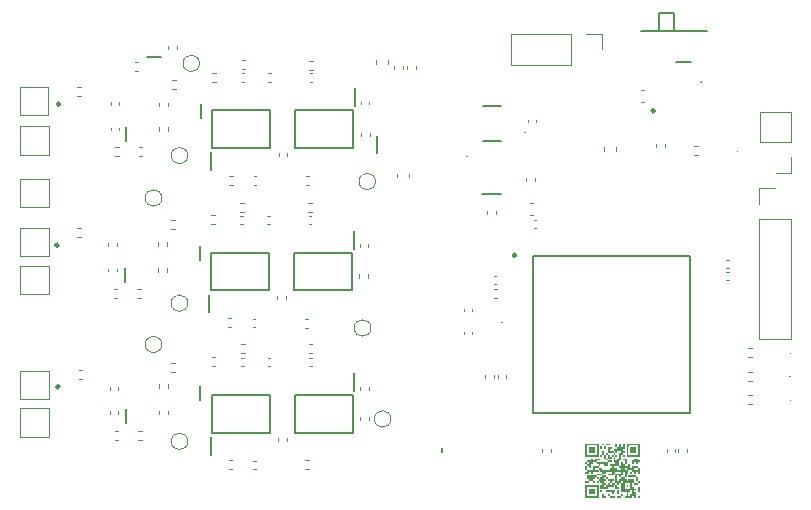
<source format=gbr>
%TF.GenerationSoftware,KiCad,Pcbnew,8.0.9-8.0.9-0~ubuntu24.04.1*%
%TF.CreationDate,2025-08-06T19:27:30-03:00*%
%TF.ProjectId,eeg,6565672e-6b69-4636-9164-5f7063625858,rev?*%
%TF.SameCoordinates,Original*%
%TF.FileFunction,Legend,Top*%
%TF.FilePolarity,Positive*%
%FSLAX46Y46*%
G04 Gerber Fmt 4.6, Leading zero omitted, Abs format (unit mm)*
G04 Created by KiCad (PCBNEW 8.0.9-8.0.9-0~ubuntu24.04.1) date 2025-08-06 19:27:30*
%MOMM*%
%LPD*%
G01*
G04 APERTURE LIST*
%ADD10C,0.000000*%
%ADD11C,0.120000*%
%ADD12C,0.200000*%
%ADD13C,0.100000*%
%ADD14C,0.250000*%
G04 APERTURE END LIST*
D10*
%TO.C,G\u002A\u002A\u002A*%
G36*
X191490000Y-91956618D02*
G01*
X191489999Y-91956618D01*
X191489999Y-91956477D01*
X191490000Y-91956477D01*
X191490000Y-91956618D01*
G37*
G36*
X191489999Y-92036547D02*
G01*
X191490000Y-92116618D01*
X191332500Y-92116618D01*
X191175000Y-92116618D01*
X191175000Y-92036618D01*
X191175000Y-91956618D01*
X191332500Y-91956618D01*
X191489999Y-91956618D01*
X191489999Y-92036547D01*
G37*
G36*
X191965000Y-89344118D02*
G01*
X191965000Y-89581618D01*
X191727500Y-89581618D01*
X191490000Y-89581618D01*
X191490000Y-89344118D01*
X191490000Y-89106618D01*
X191727500Y-89106618D01*
X191965000Y-89106618D01*
X191965000Y-89344118D01*
G37*
G36*
X191965000Y-92829118D02*
G01*
X191965000Y-93066618D01*
X191727500Y-93066618D01*
X191490000Y-93066618D01*
X191490000Y-92829118D01*
X191490000Y-92591618D01*
X191727500Y-92591618D01*
X191965000Y-92591618D01*
X191965000Y-92829118D01*
G37*
G36*
X192600000Y-92829118D02*
G01*
X192600000Y-92906618D01*
X192520000Y-92906618D01*
X192440000Y-92906618D01*
X192440000Y-92829118D01*
X192440000Y-92751618D01*
X192520000Y-92751618D01*
X192600000Y-92751618D01*
X192600000Y-92829118D01*
G37*
G36*
X193075000Y-90136618D02*
G01*
X193075000Y-90216618D01*
X192995126Y-90216618D01*
X192915000Y-90216618D01*
X192915000Y-90136618D01*
X192915000Y-90056618D01*
X192995000Y-90056618D01*
X193075000Y-90056618D01*
X193075000Y-90136618D01*
G37*
G36*
X194025000Y-92909118D02*
G01*
X194025000Y-93066618D01*
X193945000Y-93066618D01*
X193865000Y-93066618D01*
X193865000Y-92909118D01*
X193865000Y-92751618D01*
X193945000Y-92751618D01*
X194025000Y-92751618D01*
X194025000Y-92909118D01*
G37*
G36*
X194500000Y-89819118D02*
G01*
X194500000Y-89896618D01*
X194420000Y-89896618D01*
X194340000Y-89896618D01*
X194340000Y-89819118D01*
X194340000Y-89741618D01*
X194420000Y-89741618D01*
X194500000Y-89741618D01*
X194500000Y-89819118D01*
G37*
G36*
X194815000Y-92354118D02*
G01*
X194815000Y-92431618D01*
X194737500Y-92431618D01*
X194660000Y-92431618D01*
X194660000Y-92354118D01*
X194660000Y-92276618D01*
X194737500Y-92276618D01*
X194815000Y-92276618D01*
X194815000Y-92354118D01*
G37*
G36*
X195450000Y-89344118D02*
G01*
X195450000Y-89581618D01*
X195212500Y-89581618D01*
X194975000Y-89581618D01*
X194975000Y-89344118D01*
X194975000Y-89106618D01*
X195212500Y-89106618D01*
X195450000Y-89106618D01*
X195450000Y-89344118D01*
G37*
G36*
X195450000Y-91561618D02*
G01*
X195450000Y-91641618D01*
X195132500Y-91641618D01*
X194815000Y-91641618D01*
X194815000Y-91561618D01*
X194815000Y-91481618D01*
X195132500Y-91481618D01*
X195450000Y-91481618D01*
X195450000Y-91561618D01*
G37*
G36*
X195765000Y-93304118D02*
G01*
X195765000Y-93381618D01*
X195687500Y-93381618D01*
X195610000Y-93381618D01*
X195610000Y-93304118D01*
X195610000Y-93226618D01*
X195687500Y-93226618D01*
X195765000Y-93226618D01*
X195765000Y-93304118D01*
G37*
G36*
X192756123Y-93145368D02*
G01*
X192757500Y-93224118D01*
X192836250Y-93225494D01*
X192915000Y-93226871D01*
X192915000Y-93304244D01*
X192915000Y-93381618D01*
X192757500Y-93381618D01*
X192600000Y-93381618D01*
X192600000Y-93224118D01*
X192600000Y-93066618D01*
X192677373Y-93066618D01*
X192754746Y-93066618D01*
X192756123Y-93145368D01*
G37*
G36*
X195765000Y-92669118D02*
G01*
X195765000Y-92906618D01*
X195687500Y-92906618D01*
X195610000Y-92906618D01*
X195609868Y-92829118D01*
X195609819Y-92794415D01*
X195609778Y-92754253D01*
X195609750Y-92713174D01*
X195609737Y-92675717D01*
X195609736Y-92669118D01*
X195609746Y-92632918D01*
X195609772Y-92592195D01*
X195609810Y-92551491D01*
X195609858Y-92515346D01*
X195609868Y-92509118D01*
X195610000Y-92431618D01*
X195687500Y-92431618D01*
X195765000Y-92431618D01*
X195765000Y-92669118D01*
G37*
G36*
X194340000Y-93143991D02*
G01*
X194340000Y-93221364D01*
X194261250Y-93222741D01*
X194182500Y-93224118D01*
X194181123Y-93302868D01*
X194179746Y-93381618D01*
X194022373Y-93381618D01*
X193865000Y-93381618D01*
X193865000Y-93304118D01*
X193865000Y-93226618D01*
X193943750Y-93226444D01*
X193979576Y-93226297D01*
X194020593Y-93226023D01*
X194061993Y-93225658D01*
X194098967Y-93225240D01*
X194102500Y-93225194D01*
X194182500Y-93224118D01*
X194183876Y-93145368D01*
X194185253Y-93066618D01*
X194262626Y-93066618D01*
X194340000Y-93066618D01*
X194340000Y-93143991D01*
G37*
G36*
X193231123Y-93145368D02*
G01*
X193232500Y-93224118D01*
X193390000Y-93225233D01*
X193433474Y-93225527D01*
X193477939Y-93225801D01*
X193521260Y-93226044D01*
X193561301Y-93226246D01*
X193595928Y-93226394D01*
X193623007Y-93226477D01*
X193626250Y-93226483D01*
X193705000Y-93226618D01*
X193705000Y-93304118D01*
X193705000Y-93381618D01*
X193470126Y-93381618D01*
X193235253Y-93381618D01*
X193233876Y-93302868D01*
X193232500Y-93224118D01*
X193153750Y-93222741D01*
X193075000Y-93221364D01*
X193075000Y-93143991D01*
X193075000Y-93066618D01*
X193152373Y-93066618D01*
X193229746Y-93066618D01*
X193231123Y-93145368D01*
G37*
G36*
X193360729Y-92751431D02*
G01*
X193415885Y-92751436D01*
X193468329Y-92751445D01*
X193516646Y-92751457D01*
X193559426Y-92751473D01*
X193595257Y-92751493D01*
X193622725Y-92751517D01*
X193626250Y-92751521D01*
X193705000Y-92751618D01*
X193705000Y-92829118D01*
X193705000Y-92906618D01*
X193627500Y-92906618D01*
X193550000Y-92906618D01*
X193550000Y-92986618D01*
X193550000Y-93066618D01*
X193470000Y-93066618D01*
X193390000Y-93066618D01*
X193390000Y-92986618D01*
X193390000Y-92906618D01*
X193152500Y-92906618D01*
X192915000Y-92906618D01*
X192915000Y-92829118D01*
X192915000Y-92751618D01*
X192991250Y-92751524D01*
X193017276Y-92751499D01*
X193051887Y-92751478D01*
X193093669Y-92751461D01*
X193141211Y-92751448D01*
X193193100Y-92751438D01*
X193247924Y-92751432D01*
X193304271Y-92751430D01*
X193360729Y-92751431D01*
G37*
G36*
X195606123Y-90135368D02*
G01*
X195607500Y-90214118D01*
X195686250Y-90215494D01*
X195765000Y-90216871D01*
X195765000Y-90294118D01*
X195765000Y-90371364D01*
X195686250Y-90372741D01*
X195607500Y-90374118D01*
X195606123Y-90452868D01*
X195604746Y-90531618D01*
X195527500Y-90531618D01*
X195450253Y-90531618D01*
X195448876Y-90452868D01*
X195447500Y-90374118D01*
X195370000Y-90374118D01*
X195292500Y-90374118D01*
X195291123Y-90452868D01*
X195289746Y-90531618D01*
X195212611Y-90531618D01*
X195135477Y-90531618D01*
X195133988Y-90450368D01*
X195133532Y-90414438D01*
X195133345Y-90374032D01*
X195133429Y-90333718D01*
X195133789Y-90298065D01*
X195133876Y-90292868D01*
X195135253Y-90216618D01*
X195212626Y-90216618D01*
X195290000Y-90216618D01*
X195290000Y-90136618D01*
X195290000Y-90056618D01*
X195447373Y-90056618D01*
X195604746Y-90056618D01*
X195606123Y-90135368D01*
G37*
G36*
X195605226Y-91720368D02*
G01*
X195605279Y-91756499D01*
X195605258Y-91797713D01*
X195605170Y-91839091D01*
X195605022Y-91875714D01*
X195605011Y-91877868D01*
X195604569Y-91956618D01*
X195684784Y-91956618D01*
X195765000Y-91956618D01*
X195765000Y-92036618D01*
X195765000Y-92116618D01*
X195685000Y-92116618D01*
X195605000Y-92116618D01*
X195605000Y-92193879D01*
X195605000Y-92271140D01*
X195523750Y-92272629D01*
X195487820Y-92273085D01*
X195447414Y-92273272D01*
X195407100Y-92273188D01*
X195371447Y-92272828D01*
X195366250Y-92272741D01*
X195290000Y-92271364D01*
X195290000Y-92193991D01*
X195290000Y-92116758D01*
X195448750Y-92115438D01*
X195607500Y-92114118D01*
X195607500Y-92036618D01*
X195607500Y-91959118D01*
X195528750Y-91957741D01*
X195450000Y-91956364D01*
X195450000Y-91798991D01*
X195450000Y-91641618D01*
X195527500Y-91641618D01*
X195605000Y-91641618D01*
X195605226Y-91720368D01*
G37*
G36*
X192756123Y-88870368D02*
G01*
X192757500Y-88949118D01*
X192836250Y-88950494D01*
X192915000Y-88951871D01*
X192915000Y-88871744D01*
X192915000Y-88791618D01*
X193072500Y-88791618D01*
X193230000Y-88791618D01*
X193230000Y-88869118D01*
X193230000Y-88946618D01*
X193151250Y-88946796D01*
X193115301Y-88946945D01*
X193074448Y-88947224D01*
X193033534Y-88947592D01*
X192997407Y-88948013D01*
X192995000Y-88948046D01*
X192917500Y-88949118D01*
X192916179Y-89107868D01*
X192914859Y-89266618D01*
X192837429Y-89266618D01*
X192760000Y-89266618D01*
X192759826Y-89187868D01*
X192759679Y-89152041D01*
X192759405Y-89111024D01*
X192759040Y-89069624D01*
X192758622Y-89032650D01*
X192758576Y-89029118D01*
X192757500Y-88949118D01*
X192678750Y-88947741D01*
X192600000Y-88946364D01*
X192600000Y-89106491D01*
X192600000Y-89266618D01*
X192520000Y-89266618D01*
X192440000Y-89266618D01*
X192440000Y-89109244D01*
X192440000Y-88951871D01*
X192518750Y-88950494D01*
X192597500Y-88949118D01*
X192598876Y-88870368D01*
X192600253Y-88791618D01*
X192677500Y-88791618D01*
X192754746Y-88791618D01*
X192756123Y-88870368D01*
G37*
G36*
X195765000Y-89344118D02*
G01*
X195765000Y-89896618D01*
X195688750Y-89896703D01*
X195671497Y-89896732D01*
X195645200Y-89896788D01*
X195610813Y-89896869D01*
X195569292Y-89896973D01*
X195521591Y-89897097D01*
X195468667Y-89897238D01*
X195411474Y-89897394D01*
X195350967Y-89897563D01*
X195288102Y-89897741D01*
X195223834Y-89897927D01*
X195215000Y-89897953D01*
X195150535Y-89898121D01*
X195087285Y-89898247D01*
X195026212Y-89898330D01*
X194968278Y-89898372D01*
X194914446Y-89898372D01*
X194865678Y-89898332D01*
X194822936Y-89898251D01*
X194787182Y-89898130D01*
X194759379Y-89897969D01*
X194740490Y-89897769D01*
X194738750Y-89897741D01*
X194660000Y-89896364D01*
X194659912Y-89817741D01*
X194659895Y-89797495D01*
X194659881Y-89768288D01*
X194659872Y-89741678D01*
X194814939Y-89741678D01*
X195211219Y-89740398D01*
X195607500Y-89739118D01*
X195607500Y-89344118D01*
X195607500Y-88949118D01*
X195212500Y-88949118D01*
X194817500Y-88949118D01*
X194816219Y-89345398D01*
X194814939Y-89741678D01*
X194659872Y-89741678D01*
X194659868Y-89731133D01*
X194659857Y-89687042D01*
X194659848Y-89637027D01*
X194659840Y-89582099D01*
X194659834Y-89523272D01*
X194659830Y-89461557D01*
X194659828Y-89397967D01*
X194659827Y-89333514D01*
X194659829Y-89269209D01*
X194659831Y-89206066D01*
X194659836Y-89145095D01*
X194659843Y-89087310D01*
X194659851Y-89033723D01*
X194659861Y-88985345D01*
X194659872Y-88943190D01*
X194659886Y-88908268D01*
X194659901Y-88881592D01*
X194659913Y-88867868D01*
X194660000Y-88791618D01*
X195212500Y-88791618D01*
X195765000Y-88791618D01*
X195765000Y-89344118D01*
G37*
G36*
X191649117Y-92276323D02*
G01*
X191725509Y-92276361D01*
X191799541Y-92276421D01*
X191870582Y-92276502D01*
X191938004Y-92276603D01*
X192001178Y-92276724D01*
X192059476Y-92276863D01*
X192112268Y-92277018D01*
X192158926Y-92277190D01*
X192198821Y-92277376D01*
X192231323Y-92277577D01*
X192255805Y-92277790D01*
X192271637Y-92278014D01*
X192278190Y-92278249D01*
X192278333Y-92278284D01*
X192278569Y-92283420D01*
X192278795Y-92297928D01*
X192279010Y-92321178D01*
X192279212Y-92352541D01*
X192279401Y-92391388D01*
X192279574Y-92437092D01*
X192279733Y-92489022D01*
X192279874Y-92546550D01*
X192279997Y-92609047D01*
X192280102Y-92675884D01*
X192280186Y-92746433D01*
X192280249Y-92820063D01*
X192280290Y-92896148D01*
X192280307Y-92974057D01*
X192280300Y-93053162D01*
X192280267Y-93132835D01*
X192280208Y-93212445D01*
X192280121Y-93291364D01*
X192280106Y-93302868D01*
X192280000Y-93381618D01*
X191727500Y-93381618D01*
X191175000Y-93381618D01*
X191175000Y-92999772D01*
X191330970Y-92999772D01*
X191330990Y-93050568D01*
X191331068Y-93096197D01*
X191331201Y-93135884D01*
X191331387Y-93168856D01*
X191331625Y-93194339D01*
X191331911Y-93211558D01*
X191332245Y-93219740D01*
X191332333Y-93220276D01*
X191334784Y-93221446D01*
X191341565Y-93222454D01*
X191353214Y-93223308D01*
X191370270Y-93224014D01*
X191393268Y-93224579D01*
X191422747Y-93225010D01*
X191459243Y-93225314D01*
X191503296Y-93225497D01*
X191555441Y-93225567D01*
X191616216Y-93225530D01*
X191686159Y-93225392D01*
X191728558Y-93225276D01*
X192122500Y-93224118D01*
X192123780Y-92827837D01*
X192125060Y-92431557D01*
X191728780Y-92432837D01*
X191332500Y-92434118D01*
X191331275Y-92824118D01*
X191331111Y-92885772D01*
X191331010Y-92944582D01*
X191330970Y-92999772D01*
X191175000Y-92999772D01*
X191175000Y-92829118D01*
X191175000Y-92276618D01*
X191253750Y-92276511D01*
X191332514Y-92276420D01*
X191412063Y-92276357D01*
X191491765Y-92276320D01*
X191570993Y-92276310D01*
X191649117Y-92276323D01*
G37*
G36*
X192280106Y-88870368D02*
G01*
X192280197Y-88949082D01*
X192280260Y-89028586D01*
X192280297Y-89108253D01*
X192280307Y-89187451D01*
X192280294Y-89265553D01*
X192280256Y-89341929D01*
X192280197Y-89415950D01*
X192280116Y-89486986D01*
X192280014Y-89554409D01*
X192279894Y-89617590D01*
X192279755Y-89675898D01*
X192279600Y-89728706D01*
X192279428Y-89775384D01*
X192279242Y-89815302D01*
X192279042Y-89847832D01*
X192278830Y-89872344D01*
X192278606Y-89888210D01*
X192278371Y-89894799D01*
X192278335Y-89894949D01*
X192273182Y-89895236D01*
X192258835Y-89895525D01*
X192236098Y-89895812D01*
X192205777Y-89896094D01*
X192168676Y-89896371D01*
X192125601Y-89896640D01*
X192077357Y-89896898D01*
X192024749Y-89897144D01*
X191968583Y-89897375D01*
X191909664Y-89897589D01*
X191848796Y-89897784D01*
X191786785Y-89897957D01*
X191724436Y-89898107D01*
X191662555Y-89898231D01*
X191601946Y-89898327D01*
X191543415Y-89898394D01*
X191487766Y-89898427D01*
X191435806Y-89898426D01*
X191388338Y-89898389D01*
X191346169Y-89898312D01*
X191310104Y-89898195D01*
X191280947Y-89898034D01*
X191259505Y-89897828D01*
X191253750Y-89897741D01*
X191175000Y-89896364D01*
X191175000Y-89514785D01*
X191330976Y-89514785D01*
X191330998Y-89565590D01*
X191331079Y-89611228D01*
X191331216Y-89650926D01*
X191331407Y-89683909D01*
X191331649Y-89709403D01*
X191331941Y-89726634D01*
X191332280Y-89734828D01*
X191332370Y-89735368D01*
X191334738Y-89736555D01*
X191341269Y-89737593D01*
X191352509Y-89738489D01*
X191369005Y-89739253D01*
X191391302Y-89739892D01*
X191419949Y-89740416D01*
X191455489Y-89740833D01*
X191498471Y-89741152D01*
X191549441Y-89741381D01*
X191608944Y-89741528D01*
X191677527Y-89741603D01*
X191729873Y-89741618D01*
X192125060Y-89741618D01*
X192123780Y-89345368D01*
X192122500Y-88949118D01*
X191727500Y-88949118D01*
X191332500Y-88949118D01*
X191331277Y-89339118D01*
X191331112Y-89400775D01*
X191331013Y-89459589D01*
X191330976Y-89514785D01*
X191175000Y-89514785D01*
X191175000Y-89343991D01*
X191175000Y-88791618D01*
X191727500Y-88791618D01*
X192280000Y-88791618D01*
X192280106Y-88870368D01*
G37*
G36*
X193865000Y-88949118D02*
G01*
X193865000Y-89106618D01*
X193945000Y-89106618D01*
X194025000Y-89106618D01*
X194025000Y-88949118D01*
X194025000Y-88791618D01*
X194102500Y-88791618D01*
X194180000Y-88791618D01*
X194180226Y-88870368D01*
X194180279Y-88906499D01*
X194180258Y-88947713D01*
X194180170Y-88989091D01*
X194180022Y-89025714D01*
X194180011Y-89027868D01*
X194179569Y-89106618D01*
X194259784Y-89106618D01*
X194340000Y-89106618D01*
X194340000Y-88949118D01*
X194340000Y-88791618D01*
X194420000Y-88791618D01*
X194500000Y-88791618D01*
X194500000Y-89029118D01*
X194500000Y-89266618D01*
X194419873Y-89266617D01*
X194339746Y-89266617D01*
X194341123Y-89345367D01*
X194342500Y-89424118D01*
X194421250Y-89425494D01*
X194500000Y-89426871D01*
X194500000Y-89504244D01*
X194500000Y-89581618D01*
X194420000Y-89581618D01*
X194340000Y-89581618D01*
X194340000Y-89661618D01*
X194340000Y-89741618D01*
X194259951Y-89741618D01*
X194179902Y-89741618D01*
X194180113Y-89900368D01*
X194180162Y-89943969D01*
X194180196Y-89988530D01*
X194180214Y-90031933D01*
X194180216Y-90072061D01*
X194180201Y-90106797D01*
X194180169Y-90134021D01*
X194180162Y-90137868D01*
X194180000Y-90216618D01*
X194102500Y-90216618D01*
X194025000Y-90216618D01*
X194025000Y-90454244D01*
X194025000Y-90691618D01*
X193787500Y-90691618D01*
X193550000Y-90691618D01*
X193550000Y-90771833D01*
X193550000Y-90852048D01*
X193628750Y-90851606D01*
X193664881Y-90851455D01*
X193706095Y-90851363D01*
X193747473Y-90851337D01*
X193784096Y-90851385D01*
X193786250Y-90851391D01*
X193865000Y-90851618D01*
X193865000Y-90929118D01*
X193865000Y-91006618D01*
X194025126Y-91006618D01*
X194185253Y-91006618D01*
X194500000Y-91006618D01*
X194580126Y-91006618D01*
X194660253Y-91006618D01*
X194658876Y-90927868D01*
X194657500Y-90849118D01*
X194578750Y-90847741D01*
X194500000Y-90846364D01*
X194500000Y-90926491D01*
X194500000Y-91006618D01*
X194185253Y-91006618D01*
X194183876Y-90927868D01*
X194183852Y-90926491D01*
X194182500Y-90849118D01*
X194103750Y-90847741D01*
X194025000Y-90846364D01*
X194025000Y-90768991D01*
X194025000Y-90691871D01*
X194103750Y-90690494D01*
X194182500Y-90689118D01*
X194183571Y-90611618D01*
X194183994Y-90576051D01*
X194184368Y-90535331D01*
X194184655Y-90494303D01*
X194184816Y-90457813D01*
X194184821Y-90455368D01*
X194185000Y-90376618D01*
X194262500Y-90376618D01*
X194340000Y-90376618D01*
X194340000Y-90454118D01*
X194340000Y-90531618D01*
X194420000Y-90531618D01*
X194500000Y-90531618D01*
X194500000Y-90374118D01*
X194500000Y-90216618D01*
X194420000Y-90216618D01*
X194340000Y-90216618D01*
X194340000Y-90136618D01*
X194340000Y-90056618D01*
X194497500Y-90056618D01*
X194655000Y-90056618D01*
X194655131Y-90134118D01*
X194655180Y-90168820D01*
X194655221Y-90208982D01*
X194655249Y-90250061D01*
X194655262Y-90287518D01*
X194655263Y-90294118D01*
X194655253Y-90330317D01*
X194655227Y-90371040D01*
X194655189Y-90411744D01*
X194655141Y-90447889D01*
X194655131Y-90454118D01*
X194655000Y-90531618D01*
X194577500Y-90531618D01*
X194500000Y-90531618D01*
X194500000Y-90611618D01*
X194500000Y-90691618D01*
X194657500Y-90691618D01*
X194815000Y-90691618D01*
X194815000Y-90611618D01*
X194815000Y-90531618D01*
X194895000Y-90531618D01*
X194975000Y-90531618D01*
X194975000Y-90691744D01*
X194975000Y-90851871D01*
X195053750Y-90850494D01*
X195132500Y-90849118D01*
X195133876Y-90770367D01*
X195135253Y-90691617D01*
X195370000Y-90691617D01*
X195604746Y-90691617D01*
X195606123Y-90770367D01*
X195607500Y-90849118D01*
X195686250Y-90850494D01*
X195765000Y-90851871D01*
X195765000Y-91086744D01*
X195765000Y-91321618D01*
X195687500Y-91321618D01*
X195610000Y-91321618D01*
X195610000Y-91244118D01*
X195610000Y-91166618D01*
X195530000Y-91166618D01*
X195450000Y-91166618D01*
X195450000Y-91244118D01*
X195450000Y-91321618D01*
X195370000Y-91321618D01*
X195290000Y-91321618D01*
X195290000Y-91244118D01*
X195290000Y-91166618D01*
X195210000Y-91166618D01*
X195130000Y-91166618D01*
X195130000Y-91244118D01*
X195130000Y-91321618D01*
X195052500Y-91321618D01*
X194975000Y-91321618D01*
X194975000Y-91244244D01*
X194975000Y-91166871D01*
X195053750Y-91165494D01*
X195132500Y-91164118D01*
X195132500Y-91086618D01*
X195132500Y-91009118D01*
X194973750Y-91007797D01*
X194831957Y-91006618D01*
X195289746Y-91006618D01*
X195450000Y-91006618D01*
X195610253Y-91006618D01*
X195608876Y-90927868D01*
X195607500Y-90849118D01*
X195450000Y-90849118D01*
X195292500Y-90849118D01*
X195291123Y-90927868D01*
X195289746Y-91006618D01*
X194831957Y-91006618D01*
X194815000Y-91006477D01*
X194815000Y-91163920D01*
X194815000Y-91321364D01*
X194736250Y-91322741D01*
X194657500Y-91324118D01*
X194656423Y-91404118D01*
X194656003Y-91440324D01*
X194655630Y-91481477D01*
X194655344Y-91522767D01*
X194655182Y-91559388D01*
X194655173Y-91562868D01*
X194655000Y-91641618D01*
X194577500Y-91641618D01*
X194500000Y-91641618D01*
X194500000Y-91721618D01*
X194500000Y-91801618D01*
X194577500Y-91801618D01*
X194655000Y-91801618D01*
X194655000Y-91879118D01*
X194655000Y-91956618D01*
X194735000Y-91956618D01*
X194815000Y-91956618D01*
X194815000Y-91879118D01*
X194815000Y-91801618D01*
X194892500Y-91801486D01*
X194927202Y-91801437D01*
X194967364Y-91801396D01*
X195008443Y-91801368D01*
X195045900Y-91801355D01*
X195052500Y-91801354D01*
X195088699Y-91801364D01*
X195129422Y-91801390D01*
X195170126Y-91801428D01*
X195206271Y-91801476D01*
X195212500Y-91801486D01*
X195290000Y-91801618D01*
X195290000Y-91959188D01*
X195290000Y-92116618D01*
X195210075Y-92116618D01*
X195130151Y-92116618D01*
X195130151Y-92274118D01*
X195130151Y-92431618D01*
X195210075Y-92431618D01*
X195290000Y-92431618D01*
X195290000Y-92511618D01*
X195290000Y-92591618D01*
X195370000Y-92591618D01*
X195450000Y-92591618D01*
X195450000Y-92668991D01*
X195450000Y-92746364D01*
X195371250Y-92747741D01*
X195292500Y-92749118D01*
X195291123Y-92827868D01*
X195289746Y-92906618D01*
X195369873Y-92906618D01*
X195450000Y-92906618D01*
X195450000Y-93144118D01*
X195450000Y-93381618D01*
X195370000Y-93381618D01*
X195290000Y-93381618D01*
X195290000Y-93301491D01*
X195290000Y-93221364D01*
X195211250Y-93222741D01*
X195132500Y-93224118D01*
X195131123Y-93302868D01*
X195129746Y-93381618D01*
X194814873Y-93381618D01*
X194500000Y-93381618D01*
X194500000Y-93304244D01*
X194500000Y-93226871D01*
X194578750Y-93225494D01*
X194657500Y-93224118D01*
X194657500Y-93066618D01*
X194657500Y-93063284D01*
X194815000Y-93063284D01*
X194815106Y-93101917D01*
X194815408Y-93137306D01*
X194815878Y-93168222D01*
X194816491Y-93193433D01*
X194817218Y-93211707D01*
X194818035Y-93221814D01*
X194818458Y-93223409D01*
X194824423Y-93224529D01*
X194838552Y-93225313D01*
X194859015Y-93225713D01*
X194883980Y-93225680D01*
X194897208Y-93225493D01*
X194972500Y-93224118D01*
X194973876Y-93145494D01*
X194975252Y-93066870D01*
X195053876Y-93065494D01*
X195132500Y-93064118D01*
X195132500Y-92906618D01*
X195132500Y-92749118D01*
X195053750Y-92747741D01*
X194975000Y-92746364D01*
X194975000Y-92826491D01*
X194975000Y-92906618D01*
X194895000Y-92906618D01*
X194815000Y-92906618D01*
X194815000Y-93063284D01*
X194657500Y-93063284D01*
X194657500Y-92909118D01*
X194421250Y-92907819D01*
X194202823Y-92906618D01*
X194185000Y-92906520D01*
X194184877Y-92827819D01*
X194184857Y-92808551D01*
X194184840Y-92780428D01*
X194184826Y-92744595D01*
X194184817Y-92702196D01*
X194184811Y-92654377D01*
X194184810Y-92602281D01*
X194184810Y-92591618D01*
X194500000Y-92591618D01*
X194737500Y-92591618D01*
X194975000Y-92591618D01*
X194975000Y-92354118D01*
X194975000Y-92116618D01*
X194737500Y-92116618D01*
X194500000Y-92116618D01*
X194500000Y-92354118D01*
X194500000Y-92591618D01*
X194184810Y-92591618D01*
X194184812Y-92547054D01*
X194184820Y-92489841D01*
X194184831Y-92432868D01*
X194184850Y-92354118D01*
X194184907Y-92116618D01*
X194104953Y-92116618D01*
X194025000Y-92116618D01*
X194025000Y-92193991D01*
X194025000Y-92271364D01*
X193946250Y-92272741D01*
X193867500Y-92274118D01*
X193866123Y-92352868D01*
X193864746Y-92431618D01*
X193944873Y-92431618D01*
X194025000Y-92431618D01*
X194025000Y-92511618D01*
X194025000Y-92591618D01*
X193867500Y-92591618D01*
X193710000Y-92591618D01*
X193709826Y-92512868D01*
X193709679Y-92477041D01*
X193709405Y-92436024D01*
X193709040Y-92394624D01*
X193708622Y-92357650D01*
X193708576Y-92354118D01*
X193707500Y-92274118D01*
X193628750Y-92272741D01*
X193550000Y-92271364D01*
X193550000Y-92351491D01*
X193550000Y-92431618D01*
X193312500Y-92431618D01*
X193075000Y-92431618D01*
X193075000Y-92511618D01*
X193075000Y-92591618D01*
X192757500Y-92591618D01*
X192440000Y-92591618D01*
X192440000Y-92434244D01*
X192440000Y-92431618D01*
X192754746Y-92431618D01*
X192834873Y-92431618D01*
X192915000Y-92431618D01*
X192915000Y-92351491D01*
X192915000Y-92271364D01*
X192836250Y-92272741D01*
X192757500Y-92274118D01*
X192756123Y-92352868D01*
X192754746Y-92431618D01*
X192440000Y-92431618D01*
X192439999Y-92276871D01*
X192518750Y-92275494D01*
X192597500Y-92274118D01*
X192598876Y-92195368D01*
X192600253Y-92116618D01*
X192520126Y-92116618D01*
X192440000Y-92116618D01*
X192440000Y-92036618D01*
X192757500Y-92036618D01*
X192757500Y-92114118D01*
X192836250Y-92115494D01*
X192915000Y-92116871D01*
X192915000Y-92193411D01*
X192915215Y-92220135D01*
X192915808Y-92243255D01*
X192916700Y-92260957D01*
X192917814Y-92271424D01*
X192918458Y-92273409D01*
X192924423Y-92274529D01*
X192938552Y-92275313D01*
X192959015Y-92275713D01*
X192983980Y-92275680D01*
X192997208Y-92275493D01*
X193072500Y-92274118D01*
X193073876Y-92195494D01*
X193075252Y-92116870D01*
X193153876Y-92115494D01*
X193232500Y-92114118D01*
X193232500Y-92036618D01*
X193232500Y-91959118D01*
X193153876Y-91957741D01*
X193075252Y-91956365D01*
X193073876Y-91877741D01*
X193072500Y-91799118D01*
X192995000Y-91799118D01*
X192917500Y-91799118D01*
X192916123Y-91877741D01*
X192914747Y-91956365D01*
X192836123Y-91957741D01*
X192757500Y-91959118D01*
X192757500Y-92036618D01*
X192440000Y-92036618D01*
X192440000Y-92036491D01*
X192440000Y-91959118D01*
X192440000Y-91956364D01*
X192361250Y-91957741D01*
X192282500Y-91959118D01*
X192281123Y-92037868D01*
X192279746Y-92116618D01*
X192202373Y-92116618D01*
X192125000Y-92116618D01*
X192125000Y-92036618D01*
X192125000Y-91956618D01*
X192205126Y-91956618D01*
X192285253Y-91956618D01*
X192283876Y-91877868D01*
X192282500Y-91799118D01*
X192203749Y-91797741D01*
X192124999Y-91796364D01*
X192124999Y-91718991D01*
X192125000Y-91641618D01*
X192202373Y-91641618D01*
X192279746Y-91641618D01*
X192281123Y-91720368D01*
X192282500Y-91799118D01*
X192361250Y-91800494D01*
X192440000Y-91801871D01*
X192440000Y-91721744D01*
X192440000Y-91641618D01*
X192520000Y-91641618D01*
X192600000Y-91641618D01*
X192600000Y-91561618D01*
X192600000Y-91481618D01*
X192757500Y-91481618D01*
X192915000Y-91481618D01*
X192915000Y-91561618D01*
X192915000Y-91641618D01*
X192834873Y-91641618D01*
X192754746Y-91641618D01*
X192756123Y-91720368D01*
X192757500Y-91799118D01*
X192836250Y-91800494D01*
X192915000Y-91801871D01*
X192915000Y-91721744D01*
X192915000Y-91641618D01*
X192995000Y-91641618D01*
X193075000Y-91641618D01*
X193075000Y-91721666D01*
X193075000Y-91801715D01*
X193233750Y-91801504D01*
X193277351Y-91801455D01*
X193321912Y-91801421D01*
X193365315Y-91801403D01*
X193405443Y-91801401D01*
X193440179Y-91801416D01*
X193467403Y-91801448D01*
X193471250Y-91801455D01*
X193550000Y-91801618D01*
X193550000Y-91879118D01*
X193550000Y-91956618D01*
X193470000Y-91956618D01*
X193390000Y-91956618D01*
X193390000Y-92036618D01*
X193390000Y-92116618D01*
X193310000Y-92116618D01*
X193230000Y-92116618D01*
X193230000Y-92193284D01*
X193230206Y-92220019D01*
X193230777Y-92243138D01*
X193231636Y-92260834D01*
X193232707Y-92271295D01*
X193233333Y-92273284D01*
X193239246Y-92274438D01*
X193253348Y-92275418D01*
X193273830Y-92276150D01*
X193298883Y-92276558D01*
X193313333Y-92276618D01*
X193390000Y-92276618D01*
X193390000Y-92196688D01*
X193390000Y-92193284D01*
X193390000Y-92116758D01*
X193406837Y-92116618D01*
X193705000Y-92116618D01*
X193705000Y-92193284D01*
X193705206Y-92220019D01*
X193705777Y-92243138D01*
X193706636Y-92260834D01*
X193707707Y-92271295D01*
X193708333Y-92273284D01*
X193714246Y-92274438D01*
X193728348Y-92275418D01*
X193748830Y-92276150D01*
X193773883Y-92276558D01*
X193788333Y-92276618D01*
X193865000Y-92276618D01*
X193865000Y-92196618D01*
X193865000Y-92116618D01*
X193785000Y-92116618D01*
X193705000Y-92116618D01*
X193406837Y-92116618D01*
X193548750Y-92115438D01*
X193707500Y-92114118D01*
X193707500Y-92057645D01*
X194180773Y-92057645D01*
X194180807Y-92080574D01*
X194181181Y-92098198D01*
X194181868Y-92108542D01*
X194182199Y-92110138D01*
X194185738Y-92112754D01*
X194194802Y-92114616D01*
X194210541Y-92115819D01*
X194234106Y-92116454D01*
X194262343Y-92116618D01*
X194340000Y-92116618D01*
X194340000Y-92036491D01*
X194340000Y-91956364D01*
X194261250Y-91957741D01*
X194182500Y-91959118D01*
X194181106Y-92031388D01*
X194180773Y-92057645D01*
X193707500Y-92057645D01*
X193707500Y-91956618D01*
X193865000Y-91956618D01*
X193945000Y-91956618D01*
X194025000Y-91956618D01*
X194025000Y-91879244D01*
X194025000Y-91801871D01*
X194103750Y-91800494D01*
X194182500Y-91799118D01*
X194183876Y-91720368D01*
X194185253Y-91641618D01*
X194105126Y-91641618D01*
X194025000Y-91641618D01*
X194025000Y-91582645D01*
X194180773Y-91582645D01*
X194180807Y-91605574D01*
X194181181Y-91623198D01*
X194181868Y-91633542D01*
X194182199Y-91635138D01*
X194184890Y-91637016D01*
X194191955Y-91638517D01*
X194204275Y-91639677D01*
X194222732Y-91640529D01*
X194248207Y-91641111D01*
X194281581Y-91641459D01*
X194323736Y-91641606D01*
X194342343Y-91641618D01*
X194500000Y-91641618D01*
X194500000Y-91404118D01*
X194500000Y-91166618D01*
X194420000Y-91166618D01*
X194340000Y-91166618D01*
X194340000Y-91323991D01*
X194340000Y-91481364D01*
X194261250Y-91482741D01*
X194182500Y-91484118D01*
X194181106Y-91556388D01*
X194180773Y-91582645D01*
X194025000Y-91582645D01*
X194025000Y-91561618D01*
X194025000Y-91481618D01*
X193945000Y-91481618D01*
X193865000Y-91481618D01*
X193865000Y-91719118D01*
X193865000Y-91956618D01*
X193707500Y-91956618D01*
X193707500Y-91719118D01*
X193707500Y-91324118D01*
X193628750Y-91322741D01*
X193550000Y-91321364D01*
X193550000Y-91401491D01*
X193550000Y-91481618D01*
X193312500Y-91481618D01*
X193075000Y-91481618D01*
X193075000Y-91404118D01*
X193075000Y-91326618D01*
X193153750Y-91326391D01*
X193189881Y-91326338D01*
X193231095Y-91326359D01*
X193272473Y-91326447D01*
X193309096Y-91326595D01*
X193311250Y-91326606D01*
X193390000Y-91327048D01*
X193390000Y-91246833D01*
X193390000Y-91243284D01*
X193390000Y-91166618D01*
X193705000Y-91166618D01*
X193705000Y-91243284D01*
X193705203Y-91270013D01*
X193705764Y-91293122D01*
X193706609Y-91310804D01*
X193707663Y-91321248D01*
X193708278Y-91323230D01*
X193713792Y-91323867D01*
X193728312Y-91324413D01*
X193750844Y-91324861D01*
X193780396Y-91325200D01*
X193815972Y-91325422D01*
X193856580Y-91325520D01*
X193901227Y-91325483D01*
X193947028Y-91325313D01*
X194182500Y-91324118D01*
X194183876Y-91245368D01*
X194185253Y-91166618D01*
X193945126Y-91166618D01*
X193705000Y-91166618D01*
X193390000Y-91166618D01*
X193152500Y-91166618D01*
X192915000Y-91166618D01*
X192915000Y-91244118D01*
X192915000Y-91321618D01*
X192836250Y-91321844D01*
X192800118Y-91321897D01*
X192758904Y-91321876D01*
X192717526Y-91321788D01*
X192680903Y-91321640D01*
X192678750Y-91321629D01*
X192600000Y-91321187D01*
X192600000Y-91401402D01*
X192600000Y-91481618D01*
X192362500Y-91481618D01*
X192125000Y-91481618D01*
X192125000Y-91561618D01*
X192125000Y-91641618D01*
X192045000Y-91641618D01*
X191965000Y-91641618D01*
X191964999Y-91718991D01*
X191964999Y-91796364D01*
X191886249Y-91797741D01*
X191807500Y-91799118D01*
X191806123Y-91877868D01*
X191804746Y-91956618D01*
X191884873Y-91956618D01*
X191965000Y-91956618D01*
X191965000Y-92036618D01*
X191965000Y-92116618D01*
X191887626Y-92116618D01*
X191810253Y-92116618D01*
X191808876Y-92037868D01*
X191807500Y-91959118D01*
X191648749Y-91957797D01*
X191490000Y-91956477D01*
X191490000Y-91876618D01*
X191490000Y-91796618D01*
X191412738Y-91796618D01*
X191335477Y-91796618D01*
X191333988Y-91715368D01*
X191333532Y-91679438D01*
X191333345Y-91639032D01*
X191333429Y-91598718D01*
X191333789Y-91563065D01*
X191333876Y-91557868D01*
X191335253Y-91481618D01*
X191730126Y-91481618D01*
X192125000Y-91481618D01*
X192125000Y-91404118D01*
X192125000Y-91326618D01*
X192203750Y-91326486D01*
X192229528Y-91326414D01*
X192263171Y-91326275D01*
X192302544Y-91326081D01*
X192345513Y-91325843D01*
X192389943Y-91325572D01*
X192433700Y-91325280D01*
X192440000Y-91325236D01*
X192597500Y-91324118D01*
X192598876Y-91245368D01*
X192600253Y-91166618D01*
X192520126Y-91166618D01*
X192440000Y-91166618D01*
X192440000Y-91086491D01*
X192439999Y-91006364D01*
X192361250Y-91007741D01*
X192282500Y-91009118D01*
X192281123Y-91087868D01*
X192279746Y-91166618D01*
X192042373Y-91166618D01*
X191805000Y-91166618D01*
X191805000Y-91244118D01*
X191805000Y-91321618D01*
X191727500Y-91321618D01*
X191650000Y-91321618D01*
X191650000Y-91244118D01*
X191650000Y-91166618D01*
X191570000Y-91166618D01*
X191490000Y-91166618D01*
X191489999Y-91243879D01*
X191489999Y-91321140D01*
X191408749Y-91322629D01*
X191372820Y-91323085D01*
X191332414Y-91323272D01*
X191292100Y-91323188D01*
X191256447Y-91322828D01*
X191251250Y-91322741D01*
X191175000Y-91321364D01*
X191175000Y-91244118D01*
X191175000Y-91166871D01*
X191253750Y-91165494D01*
X191332500Y-91164118D01*
X191332500Y-91086618D01*
X191332500Y-91009118D01*
X191253750Y-91007741D01*
X191175000Y-91006364D01*
X191175000Y-90849117D01*
X191175000Y-90691871D01*
X191189469Y-90691618D01*
X191330151Y-90691618D01*
X191330151Y-90849118D01*
X191330151Y-91006618D01*
X191570291Y-91006618D01*
X191810430Y-91006618D01*
X191964746Y-91006618D01*
X192125000Y-91006618D01*
X192285253Y-91006618D01*
X192283876Y-90927868D01*
X192282500Y-90849118D01*
X192125000Y-90849118D01*
X191967500Y-90849118D01*
X191966123Y-90927868D01*
X191964746Y-91006618D01*
X191810430Y-91006618D01*
X191809988Y-90927868D01*
X191809837Y-90891743D01*
X191809745Y-90850543D01*
X191809719Y-90809184D01*
X191809767Y-90772580D01*
X191809773Y-90770416D01*
X191810000Y-90691715D01*
X192046250Y-90690416D01*
X192282500Y-90689118D01*
X192282500Y-90611618D01*
X192282500Y-90534118D01*
X192203876Y-90532741D01*
X192125252Y-90531365D01*
X192123876Y-90452741D01*
X192122500Y-90374118D01*
X191965000Y-90374118D01*
X191807500Y-90374118D01*
X191806123Y-90452868D01*
X191804746Y-90531618D01*
X191727373Y-90531618D01*
X191650000Y-90531618D01*
X191650000Y-90689118D01*
X191650000Y-90846618D01*
X191570000Y-90846618D01*
X191490000Y-90846618D01*
X191490000Y-90769118D01*
X191490000Y-90691618D01*
X191410075Y-90691618D01*
X191330151Y-90691618D01*
X191189469Y-90691618D01*
X191253750Y-90690494D01*
X191332500Y-90689118D01*
X191332500Y-90611618D01*
X191332500Y-90534118D01*
X191253750Y-90532741D01*
X191189526Y-90531618D01*
X191329746Y-90531618D01*
X191409873Y-90531618D01*
X191490000Y-90531618D01*
X191490000Y-90451491D01*
X191490000Y-90371364D01*
X191411250Y-90372741D01*
X191332500Y-90374118D01*
X191331123Y-90452868D01*
X191329746Y-90531618D01*
X191189526Y-90531618D01*
X191175000Y-90531364D01*
X191175000Y-90454118D01*
X191175000Y-90376871D01*
X191253750Y-90375494D01*
X191332500Y-90374118D01*
X191333876Y-90295368D01*
X191335253Y-90216618D01*
X191492626Y-90216618D01*
X191650000Y-90216618D01*
X191650000Y-90136618D01*
X191650000Y-90056618D01*
X191727373Y-90056618D01*
X191804746Y-90056618D01*
X191806123Y-90135368D01*
X191807500Y-90214118D01*
X191886250Y-90215494D01*
X191965000Y-90216871D01*
X191965000Y-90136744D01*
X191965000Y-90056618D01*
X192202500Y-90056618D01*
X192440000Y-90056618D01*
X192440000Y-90136618D01*
X192440000Y-90216618D01*
X192282500Y-90216618D01*
X192125000Y-90216618D01*
X192125000Y-90296518D01*
X192125000Y-90376418D01*
X192598750Y-90375268D01*
X193072500Y-90374118D01*
X193073876Y-90295368D01*
X193075253Y-90216618D01*
X193232500Y-90216618D01*
X193390000Y-90216618D01*
X193390000Y-90294118D01*
X193390000Y-90371618D01*
X193311250Y-90371844D01*
X193275118Y-90371897D01*
X193233904Y-90371876D01*
X193192526Y-90371788D01*
X193155903Y-90371640D01*
X193153750Y-90371629D01*
X193075000Y-90371187D01*
X193075000Y-90531402D01*
X193075000Y-90691618D01*
X192917626Y-90691618D01*
X192760253Y-90691618D01*
X192758876Y-90612868D01*
X192757500Y-90534118D01*
X192598750Y-90532797D01*
X192440000Y-90531477D01*
X192440000Y-90611547D01*
X192440000Y-90691618D01*
X192359873Y-90691618D01*
X192279746Y-90691618D01*
X192281123Y-90770368D01*
X192282500Y-90849118D01*
X192362500Y-90850194D01*
X192398706Y-90850614D01*
X192439859Y-90850987D01*
X192481149Y-90851273D01*
X192517770Y-90851435D01*
X192521250Y-90851444D01*
X192600000Y-90851618D01*
X192600000Y-90929118D01*
X192600000Y-91006618D01*
X192917500Y-91006618D01*
X193235000Y-91006618D01*
X193235000Y-90929118D01*
X193235000Y-90851618D01*
X193312500Y-90851618D01*
X193390000Y-90851618D01*
X193390000Y-90771618D01*
X193390000Y-90691618D01*
X193312500Y-90691618D01*
X193235000Y-90691618D01*
X193235000Y-90611618D01*
X193235000Y-90531618D01*
X193472626Y-90531618D01*
X193710253Y-90531618D01*
X193708876Y-90452868D01*
X193707500Y-90374118D01*
X193628798Y-90372741D01*
X193550097Y-90371364D01*
X193548798Y-90135241D01*
X193548742Y-90125038D01*
X193705916Y-90125038D01*
X193705998Y-90155808D01*
X193706228Y-90180911D01*
X193706598Y-90199069D01*
X193707098Y-90209002D01*
X193707326Y-90210368D01*
X193711190Y-90212927D01*
X193721238Y-90214750D01*
X193738497Y-90215915D01*
X193763997Y-90216505D01*
X193787343Y-90216618D01*
X193865000Y-90216618D01*
X193865000Y-90136618D01*
X193865000Y-90056618D01*
X193945000Y-90056618D01*
X194025000Y-90056618D01*
X194025000Y-89819118D01*
X194025000Y-89581618D01*
X194105126Y-89581618D01*
X194185253Y-89581618D01*
X194183876Y-89502868D01*
X194182500Y-89424118D01*
X194025000Y-89424118D01*
X193867500Y-89424118D01*
X193866123Y-89502741D01*
X193864747Y-89581365D01*
X193786123Y-89582741D01*
X193707500Y-89584118D01*
X193707500Y-89661618D01*
X193707500Y-89739118D01*
X193786250Y-89740494D01*
X193865000Y-89741871D01*
X193865000Y-89819118D01*
X193865000Y-89896364D01*
X193786250Y-89897741D01*
X193707500Y-89899118D01*
X193706233Y-90051618D01*
X193705991Y-90089882D01*
X193705916Y-90125038D01*
X193548742Y-90125038D01*
X193547500Y-89899118D01*
X193470000Y-89899118D01*
X193392500Y-89899118D01*
X193391123Y-89977868D01*
X193389746Y-90056618D01*
X193232373Y-90056618D01*
X193075000Y-90056618D01*
X193075000Y-89899118D01*
X193075000Y-89741618D01*
X193152373Y-89741618D01*
X193229746Y-89741617D01*
X193231123Y-89820368D01*
X193232500Y-89899118D01*
X193311250Y-89900494D01*
X193390000Y-89901871D01*
X193390000Y-89821744D01*
X193390000Y-89741618D01*
X193470000Y-89741618D01*
X193550000Y-89741618D01*
X193550000Y-89821744D01*
X193550000Y-89901871D01*
X193628750Y-89900494D01*
X193707500Y-89899118D01*
X193708876Y-89820368D01*
X193710253Y-89741617D01*
X193630126Y-89741618D01*
X193550000Y-89741618D01*
X193550000Y-89661618D01*
X193550000Y-89581618D01*
X193630126Y-89581617D01*
X193710253Y-89581617D01*
X193708876Y-89502867D01*
X193707500Y-89424118D01*
X193628750Y-89422741D01*
X193550000Y-89421364D01*
X193550000Y-89501491D01*
X193550000Y-89581618D01*
X193312500Y-89581618D01*
X193075000Y-89581618D01*
X193075000Y-89661618D01*
X193075000Y-89741618D01*
X192995000Y-89741618D01*
X192915000Y-89741618D01*
X192915000Y-89899118D01*
X192915000Y-90056618D01*
X192837500Y-90056618D01*
X192760000Y-90056618D01*
X192759773Y-89977868D01*
X192759720Y-89941736D01*
X192759741Y-89900522D01*
X192759829Y-89859144D01*
X192759977Y-89822521D01*
X192759988Y-89820368D01*
X192760430Y-89741618D01*
X192680215Y-89741618D01*
X192600000Y-89741618D01*
X192600000Y-89819118D01*
X192600000Y-89896618D01*
X192520000Y-89896618D01*
X192440000Y-89896618D01*
X192440000Y-89819118D01*
X192440000Y-89741618D01*
X192520000Y-89741618D01*
X192600000Y-89741618D01*
X192600000Y-89584118D01*
X192600000Y-89426618D01*
X192677500Y-89426618D01*
X192755000Y-89426618D01*
X192755178Y-89505368D01*
X192755327Y-89541316D01*
X192755606Y-89582169D01*
X192755974Y-89623083D01*
X192756395Y-89659210D01*
X192756428Y-89661618D01*
X192757500Y-89739118D01*
X192836250Y-89740494D01*
X192914999Y-89741871D01*
X192915000Y-89661744D01*
X192915000Y-89581618D01*
X192995000Y-89581618D01*
X193075000Y-89581618D01*
X193075000Y-89344118D01*
X193075000Y-89106618D01*
X193232500Y-89106618D01*
X193390000Y-89106618D01*
X193390000Y-89186618D01*
X193390000Y-89266618D01*
X193309873Y-89266617D01*
X193229746Y-89266617D01*
X193231123Y-89345367D01*
X193232500Y-89424118D01*
X193390000Y-89424118D01*
X193547500Y-89424118D01*
X193548876Y-89345367D01*
X193550253Y-89266617D01*
X193707626Y-89266617D01*
X193865000Y-89266618D01*
X193865000Y-89186618D01*
X193865000Y-89106618D01*
X193787738Y-89106617D01*
X193710477Y-89106617D01*
X193708988Y-89025367D01*
X193708532Y-88989438D01*
X193708345Y-88949032D01*
X193708429Y-88908718D01*
X193708789Y-88873065D01*
X193708876Y-88867868D01*
X193710253Y-88791618D01*
X193787626Y-88791618D01*
X193865000Y-88791618D01*
X193865000Y-88949118D01*
G37*
D11*
%TO.C,C44*%
X192740000Y-63995580D02*
X192740000Y-63714420D01*
X193760000Y-63995580D02*
X193760000Y-63714420D01*
D12*
%TO.C,IC4*%
X155220000Y-56076000D02*
X154020000Y-56076000D01*
D11*
%TO.C,R36*%
X167796359Y-56360000D02*
X168103641Y-56360000D01*
X167796359Y-57120000D02*
X168103641Y-57120000D01*
D12*
%TO.C,FB1*%
X178990000Y-89460000D02*
X178990000Y-89160000D01*
D11*
%TO.C,C19*%
X163097164Y-66140000D02*
X163312836Y-66140000D01*
X163097164Y-66860000D02*
X163312836Y-66860000D01*
%TO.C,R15*%
X148468641Y-70565000D02*
X148161359Y-70565000D01*
X148468641Y-71325000D02*
X148161359Y-71325000D01*
%TO.C,R11*%
X162011359Y-80390000D02*
X162318641Y-80390000D01*
X162011359Y-81150000D02*
X162318641Y-81150000D01*
%TO.C,R14*%
X172090000Y-86808641D02*
X172090000Y-86501359D01*
X172850000Y-86808641D02*
X172850000Y-86501359D01*
%TO.C,R32*%
X155100000Y-62006359D02*
X155100000Y-62313641D01*
X155860000Y-62006359D02*
X155860000Y-62313641D01*
%TO.C,R24*%
X167686359Y-68395000D02*
X167993641Y-68395000D01*
X167686359Y-69155000D02*
X167993641Y-69155000D01*
%TO.C,C12*%
X164212164Y-69490000D02*
X164427836Y-69490000D01*
X164212164Y-70210000D02*
X164427836Y-70210000D01*
%TO.C,C34*%
X203102164Y-74950000D02*
X203317836Y-74950000D01*
X203102164Y-74230000D02*
X203317836Y-74230000D01*
%TO.C,CH2-*%
X143326000Y-70500000D02*
X145726000Y-70500000D01*
X143326000Y-72900000D02*
X143326000Y-70500000D01*
X145726000Y-70500000D02*
X145726000Y-72900000D01*
X145726000Y-72900000D02*
X143326000Y-72900000D01*
%TO.C,C39*%
X186297000Y-61377164D02*
X186297000Y-61592836D01*
X187017000Y-61377164D02*
X187017000Y-61592836D01*
%TO.C,C31*%
X183755000Y-83237836D02*
X183755000Y-83022164D01*
X184475000Y-83237836D02*
X184475000Y-83022164D01*
%TO.C,R2*%
X155830000Y-55091359D02*
X155830000Y-55398641D01*
X156590000Y-55091359D02*
X156590000Y-55398641D01*
%TO.C,C24*%
X165190000Y-64427836D02*
X165190000Y-64212164D01*
X165910000Y-64427836D02*
X165910000Y-64212164D01*
%TO.C,R12*%
X167751359Y-80390000D02*
X168058641Y-80390000D01*
X167751359Y-81150000D02*
X168058641Y-81150000D01*
%TO.C,C5*%
X162027164Y-81510000D02*
X162242836Y-81510000D01*
X162027164Y-82230000D02*
X162242836Y-82230000D01*
%TO.C,C6*%
X168012836Y-81510000D02*
X167797164Y-81510000D01*
X168012836Y-82230000D02*
X167797164Y-82230000D01*
%TO.C,C18*%
X150970001Y-62052164D02*
X150970001Y-62267836D01*
X151690001Y-62052164D02*
X151690001Y-62267836D01*
%TO.C,TP2*%
X157500000Y-88600000D02*
G75*
G02*
X156100000Y-88600000I-700000J0D01*
G01*
X156100000Y-88600000D02*
G75*
G02*
X157500000Y-88600000I700000J0D01*
G01*
D12*
%TO.C,U12*%
X166615000Y-60570000D02*
X171515000Y-60570000D01*
X166615000Y-63770000D02*
X166615000Y-60570000D01*
X171515000Y-60570000D02*
X171515000Y-63770000D01*
X171515000Y-63770000D02*
X166615000Y-63770000D01*
X171645000Y-58720000D02*
X171645000Y-60220000D01*
%TO.C,S1*%
X195880000Y-53845000D02*
X201480000Y-53845000D01*
X197380000Y-52345000D02*
X198680000Y-52345000D01*
X197380000Y-53845000D02*
X197380000Y-52345000D01*
X198680000Y-52345000D02*
X198680000Y-53845000D01*
X198880000Y-56445000D02*
X200080000Y-56445000D01*
D13*
X200930000Y-58095000D02*
X200930000Y-58095000D01*
X200930000Y-58195000D02*
X200930000Y-58195000D01*
X200930000Y-58095000D02*
G75*
G02*
X200930000Y-58195000I0J-50000D01*
G01*
X200930000Y-58195000D02*
G75*
G02*
X200930000Y-58095000I0J50000D01*
G01*
D11*
%TO.C,J4*%
X184840000Y-54070000D02*
X184840000Y-56730000D01*
X189980000Y-54070000D02*
X184840000Y-54070000D01*
X189980000Y-54070000D02*
X189980000Y-56730000D01*
X189980000Y-56730000D02*
X184840000Y-56730000D01*
X191250000Y-54070000D02*
X192580000Y-54070000D01*
X192580000Y-54070000D02*
X192580000Y-55400000D01*
%TO.C,C27*%
X199035000Y-89282164D02*
X199035000Y-89497836D01*
X199755000Y-89282164D02*
X199755000Y-89497836D01*
D12*
%TO.C,SW3*%
X184064000Y-60235000D02*
X182464000Y-60235000D01*
X184064000Y-63135000D02*
X182464000Y-63135000D01*
D13*
X185964000Y-62410000D02*
X185964000Y-62410000D01*
X186064000Y-62410000D02*
X186064000Y-62410000D01*
X185964000Y-62410000D02*
G75*
G02*
X186064000Y-62410000I50000J0D01*
G01*
X186064000Y-62410000D02*
G75*
G02*
X185964000Y-62410000I-50000J0D01*
G01*
D11*
%TO.C,R9*%
X160956359Y-90215000D02*
X161263641Y-90215000D01*
X160956359Y-90975000D02*
X161263641Y-90975000D01*
D12*
%TO.C,U11*%
X159455000Y-65620000D02*
X159455000Y-64120000D01*
X159585000Y-60570000D02*
X164485000Y-60570000D01*
X159585000Y-63770000D02*
X159585000Y-60570000D01*
X164485000Y-60570000D02*
X164485000Y-63770000D01*
X164485000Y-63770000D02*
X159585000Y-63770000D01*
D11*
%TO.C,TP3*%
X174700000Y-86700000D02*
G75*
G02*
X173300000Y-86700000I-700000J0D01*
G01*
X173300000Y-86700000D02*
G75*
G02*
X174700000Y-86700000I700000J0D01*
G01*
%TO.C,C22*%
X168057836Y-57420000D02*
X167842164Y-57420000D01*
X168057836Y-58140000D02*
X167842164Y-58140000D01*
%TO.C,R28*%
X151663641Y-63640000D02*
X151356359Y-63640000D01*
X151663641Y-64400000D02*
X151356359Y-64400000D01*
D12*
%TO.C,U6*%
X152175000Y-75145000D02*
X152175000Y-73945000D01*
D13*
%TO.C,D3*%
X208555000Y-83110000D02*
G75*
G02*
X208455000Y-83110000I-50000J0D01*
G01*
X208455000Y-83110000D02*
G75*
G02*
X208555000Y-83110000I50000J0D01*
G01*
D11*
%TO.C,C30*%
X186740580Y-68390000D02*
X186459420Y-68390000D01*
X186740580Y-69410000D02*
X186459420Y-69410000D01*
%TO.C,R44*%
X200377359Y-63628000D02*
X200684641Y-63628000D01*
X200377359Y-64388000D02*
X200684641Y-64388000D01*
%TO.C,R17*%
X153518641Y-75690000D02*
X153211359Y-75690000D01*
X153518641Y-76450000D02*
X153211359Y-76450000D01*
D14*
%TO.C,IC3*%
X185295000Y-72840000D02*
G75*
G02*
X185045000Y-72840000I-125000J0D01*
G01*
X185045000Y-72840000D02*
G75*
G02*
X185295000Y-72840000I125000J0D01*
G01*
D12*
X200045000Y-86240000D02*
X186745000Y-86240000D01*
X200045000Y-72940000D02*
X200045000Y-86240000D01*
X186745000Y-86240000D02*
X186745000Y-72940000D01*
X186745000Y-72940000D02*
X200045000Y-72940000D01*
D11*
%TO.C,C41*%
X174970000Y-57067836D02*
X174970000Y-56852164D01*
X175690000Y-57067836D02*
X175690000Y-56852164D01*
%TO.C,CH2+*%
X143326000Y-73730000D02*
X145726000Y-73730000D01*
X143326000Y-76130000D02*
X143326000Y-73730000D01*
X145726000Y-73730000D02*
X145726000Y-76130000D01*
X145726000Y-76130000D02*
X143326000Y-76130000D01*
%TO.C,R39*%
X204946359Y-80730000D02*
X205253641Y-80730000D01*
X204946359Y-81490000D02*
X205253641Y-81490000D01*
%TO.C,R30*%
X155100000Y-60238641D02*
X155100000Y-59931359D01*
X155860000Y-60238641D02*
X155860000Y-59931359D01*
%TO.C,C21*%
X162072164Y-57420000D02*
X162287836Y-57420000D01*
X162072164Y-58140000D02*
X162287836Y-58140000D01*
D12*
%TO.C,U8*%
X166505000Y-72625000D02*
X171405000Y-72625000D01*
X166505000Y-75825000D02*
X166505000Y-72625000D01*
X171405000Y-72625000D02*
X171405000Y-75825000D01*
X171405000Y-75825000D02*
X166505000Y-75825000D01*
X171535000Y-70775000D02*
X171535000Y-72275000D01*
D11*
%TO.C,R46*%
X197110000Y-63406359D02*
X197110000Y-63713641D01*
X197870000Y-63406359D02*
X197870000Y-63713641D01*
%TO.C,C26*%
X187510000Y-89262164D02*
X187510000Y-89477836D01*
X188230000Y-89262164D02*
X188230000Y-89477836D01*
D14*
%TO.C,U5*%
X146540002Y-71995000D02*
G75*
G02*
X146290002Y-71995000I-125000J0D01*
G01*
X146290002Y-71995000D02*
G75*
G02*
X146540002Y-71995000I125000J0D01*
G01*
D11*
%TO.C,C28*%
X203092164Y-73220000D02*
X203307836Y-73220000D01*
X203092164Y-73940000D02*
X203307836Y-73940000D01*
%TO.C,C20*%
X164327164Y-57420000D02*
X164542836Y-57420000D01*
X164327164Y-58140000D02*
X164542836Y-58140000D01*
%TO.C,R25*%
X167698641Y-78220000D02*
X167391359Y-78220000D01*
X167698641Y-78980000D02*
X167391359Y-78980000D01*
%TO.C,C8*%
X165155000Y-88552836D02*
X165155000Y-88337164D01*
X165875000Y-88552836D02*
X165875000Y-88337164D01*
%TO.C,C25*%
X183667836Y-75700000D02*
X183452164Y-75700000D01*
X183667836Y-76420000D02*
X183452164Y-76420000D01*
%TO.C,C40*%
X175190000Y-65959420D02*
X175190000Y-66240580D01*
X176210000Y-65959420D02*
X176210000Y-66240580D01*
%TO.C,CH1+*%
X143326000Y-85795000D02*
X145726000Y-85795000D01*
X143326000Y-88195000D02*
X143326000Y-85795000D01*
X145726000Y-85795000D02*
X145726000Y-88195000D01*
X145726000Y-88195000D02*
X143326000Y-88195000D01*
%TO.C,R1*%
X153315641Y-56516000D02*
X153008359Y-56516000D01*
X153315641Y-57276000D02*
X153008359Y-57276000D01*
%TO.C,R45*%
X176050000Y-57113641D02*
X176050000Y-56806359D01*
X176810000Y-57113641D02*
X176810000Y-56806359D01*
%TO.C,CH3+*%
X143326000Y-61919000D02*
X145726000Y-61919000D01*
X143326000Y-64319000D02*
X143326000Y-61919000D01*
X145726000Y-61919000D02*
X145726000Y-64319000D01*
X145726000Y-64319000D02*
X143326000Y-64319000D01*
D13*
%TO.C,Y1*%
X184148400Y-78525000D02*
G75*
G02*
X184048400Y-78525000I-50000J0D01*
G01*
X184048400Y-78525000D02*
G75*
G02*
X184148400Y-78525000I50000J0D01*
G01*
X184148400Y-78525000D02*
X184148400Y-78525000D01*
X184048400Y-78525000D02*
X184048400Y-78525000D01*
D11*
%TO.C,C14*%
X167952836Y-69490000D02*
X167737164Y-69490000D01*
X167952836Y-70210000D02*
X167737164Y-70210000D01*
%TO.C,C32*%
X182695000Y-83237836D02*
X182695000Y-83022164D01*
X183415000Y-83237836D02*
X183415000Y-83022164D01*
%TO.C,R5*%
X153598641Y-87695000D02*
X153291359Y-87695000D01*
X153598641Y-88455000D02*
X153291359Y-88455000D01*
%TO.C,C15*%
X172045000Y-72107836D02*
X172045000Y-71892164D01*
X172765000Y-72107836D02*
X172765000Y-71892164D01*
%TO.C,R42*%
X182860000Y-69056359D02*
X182860000Y-69363641D01*
X183620000Y-69056359D02*
X183620000Y-69363641D01*
%TO.C,C10*%
X150765000Y-73987164D02*
X150765000Y-74202836D01*
X151485000Y-73987164D02*
X151485000Y-74202836D01*
D12*
%TO.C,U19*%
X158590000Y-60050000D02*
X158590000Y-61250000D01*
D11*
%TO.C,R16*%
X151528641Y-75690000D02*
X151221359Y-75690000D01*
X151528641Y-76450000D02*
X151221359Y-76450000D01*
%TO.C,R13*%
X167763641Y-90215000D02*
X167456359Y-90215000D01*
X167763641Y-90975000D02*
X167456359Y-90975000D01*
%TO.C,R38*%
X172135000Y-62763641D02*
X172135000Y-62456359D01*
X172895000Y-62763641D02*
X172895000Y-62456359D01*
%TO.C,C1*%
X150915001Y-84012164D02*
X150915001Y-84227836D01*
X151635001Y-84012164D02*
X151635001Y-84227836D01*
D12*
%TO.C,U4*%
X166570000Y-84695000D02*
X171470000Y-84695000D01*
X166570000Y-87895000D02*
X166570000Y-84695000D01*
X171470000Y-84695000D02*
X171470000Y-87895000D01*
X171470000Y-87895000D02*
X166570000Y-87895000D01*
X171600000Y-82845000D02*
X171600000Y-84345000D01*
D11*
%TO.C,C23*%
X172155000Y-60067836D02*
X172155000Y-59852164D01*
X172875000Y-60067836D02*
X172875000Y-59852164D01*
%TO.C,R40*%
X204946359Y-82720000D02*
X205253641Y-82720000D01*
X204946359Y-83480000D02*
X205253641Y-83480000D01*
%TO.C,C4*%
X164282164Y-81510000D02*
X164497836Y-81510000D01*
X164282164Y-82230000D02*
X164497836Y-82230000D01*
%TO.C,TP7*%
X158500000Y-56600000D02*
G75*
G02*
X157100000Y-56600000I-700000J0D01*
G01*
X157100000Y-56600000D02*
G75*
G02*
X158500000Y-56600000I700000J0D01*
G01*
D14*
%TO.C,U1*%
X146620002Y-83981000D02*
G75*
G02*
X146370002Y-83981000I-125000J0D01*
G01*
X146370002Y-83981000D02*
G75*
G02*
X146620002Y-83981000I125000J0D01*
G01*
%TO.C,IC1*%
X197025000Y-60610000D02*
G75*
G02*
X196775000Y-60610000I-125000J0D01*
G01*
X196775000Y-60610000D02*
G75*
G02*
X197025000Y-60610000I125000J0D01*
G01*
D11*
%TO.C,C3*%
X163052164Y-90235000D02*
X163267836Y-90235000D01*
X163052164Y-90955000D02*
X163267836Y-90955000D01*
D12*
%TO.C,U3*%
X159430000Y-89745000D02*
X159430000Y-88245000D01*
X159560000Y-84695000D02*
X164460000Y-84695000D01*
X159560000Y-87895000D02*
X159560000Y-84695000D01*
X164460000Y-84695000D02*
X164460000Y-87895000D01*
X164460000Y-87895000D02*
X159560000Y-87895000D01*
D11*
%TO.C,TP6*%
X173000000Y-79000000D02*
G75*
G02*
X171600000Y-79000000I-700000J0D01*
G01*
X171600000Y-79000000D02*
G75*
G02*
X173000000Y-79000000I700000J0D01*
G01*
%TO.C,R4*%
X151608641Y-87695000D02*
X151301359Y-87695000D01*
X151608641Y-88455000D02*
X151301359Y-88455000D01*
%TO.C,C16*%
X165077500Y-76507836D02*
X165077500Y-76292164D01*
X165797500Y-76507836D02*
X165797500Y-76292164D01*
%TO.C,R18*%
X154982500Y-72068641D02*
X154982500Y-71761359D01*
X155742500Y-72068641D02*
X155742500Y-71761359D01*
%TO.C,TP9*%
X173400000Y-66600000D02*
G75*
G02*
X172000000Y-66600000I-700000J0D01*
G01*
X172000000Y-66600000D02*
G75*
G02*
X173400000Y-66600000I700000J0D01*
G01*
D13*
%TO.C,D1*%
X204086000Y-64032000D02*
G75*
G02*
X203986000Y-64032000I-50000J0D01*
G01*
X203986000Y-64032000D02*
G75*
G02*
X204086000Y-64032000I50000J0D01*
G01*
D11*
%TO.C,R29*%
X153653641Y-63640000D02*
X153346359Y-63640000D01*
X153653641Y-64400000D02*
X153346359Y-64400000D01*
%TO.C,R27*%
X148468641Y-58630000D02*
X148161359Y-58630000D01*
X148468641Y-59390000D02*
X148161359Y-59390000D01*
D12*
%TO.C,U2*%
X152255000Y-87025000D02*
X152255000Y-85825000D01*
D11*
%TO.C,R22*%
X159773641Y-69470000D02*
X159466359Y-69470000D01*
X159773641Y-70230000D02*
X159466359Y-70230000D01*
%TO.C,R33*%
X161001359Y-66120000D02*
X161308641Y-66120000D01*
X161001359Y-66880000D02*
X161308641Y-66880000D01*
D12*
%TO.C,U17*%
X158560000Y-83925000D02*
X158560000Y-85125000D01*
D11*
%TO.C,REF*%
X143326000Y-66364000D02*
X145726000Y-66364000D01*
X143326000Y-68764000D02*
X143326000Y-66364000D01*
X145726000Y-66364000D02*
X145726000Y-68764000D01*
X145726000Y-68764000D02*
X143326000Y-68764000D01*
%TO.C,R21*%
X160891359Y-78195000D02*
X161198641Y-78195000D01*
X160891359Y-78955000D02*
X161198641Y-78955000D01*
%TO.C,C43*%
X195879420Y-58875000D02*
X196160580Y-58875000D01*
X195879420Y-59895000D02*
X196160580Y-59895000D01*
%TO.C,C11*%
X162987164Y-78215000D02*
X163202836Y-78215000D01*
X162987164Y-78935000D02*
X163202836Y-78935000D01*
%TO.C,R43*%
X186140000Y-66266359D02*
X186140000Y-66573641D01*
X186900000Y-66266359D02*
X186900000Y-66573641D01*
%TO.C,R26*%
X172025000Y-74738641D02*
X172025000Y-74431359D01*
X172785000Y-74738641D02*
X172785000Y-74431359D01*
%TO.C,C33*%
X198035000Y-89282164D02*
X198035000Y-89497836D01*
X198755000Y-89282164D02*
X198755000Y-89497836D01*
%TO.C,CH1-*%
X143326000Y-82620000D02*
X145726000Y-82620000D01*
X143326000Y-85020000D02*
X143326000Y-82620000D01*
X145726000Y-82620000D02*
X145726000Y-85020000D01*
X145726000Y-85020000D02*
X143326000Y-85020000D01*
D14*
%TO.C,U9*%
X146675002Y-60050000D02*
G75*
G02*
X146425002Y-60050000I-125000J0D01*
G01*
X146425002Y-60050000D02*
G75*
G02*
X146675002Y-60050000I125000J0D01*
G01*
D11*
%TO.C,R23*%
X161936359Y-68395000D02*
X162243641Y-68395000D01*
X161936359Y-69155000D02*
X162243641Y-69155000D01*
%TO.C,C35*%
X183637836Y-74580000D02*
X183422164Y-74580000D01*
X183637836Y-75300000D02*
X183422164Y-75300000D01*
%TO.C,R34*%
X159888641Y-57400000D02*
X159581359Y-57400000D01*
X159888641Y-58160000D02*
X159581359Y-58160000D01*
D12*
%TO.C,U7*%
X159340000Y-77675000D02*
X159340000Y-76175000D01*
X159470000Y-72625000D02*
X164370000Y-72625000D01*
X159470000Y-75825000D02*
X159470000Y-72625000D01*
X164370000Y-72625000D02*
X164370000Y-75825000D01*
X164370000Y-75825000D02*
X159470000Y-75825000D01*
D11*
%TO.C,R31*%
X156483641Y-58012500D02*
X156176359Y-58012500D01*
X156483641Y-58772500D02*
X156176359Y-58772500D01*
%TO.C,R41*%
X204946359Y-84710000D02*
X205253641Y-84710000D01*
X204946359Y-85470000D02*
X205253641Y-85470000D01*
%TO.C,C37*%
X180869000Y-77362164D02*
X180869000Y-77577836D01*
X181589000Y-77362164D02*
X181589000Y-77577836D01*
%TO.C,R3*%
X148558641Y-82570000D02*
X148251359Y-82570000D01*
X148558641Y-83330000D02*
X148251359Y-83330000D01*
%TO.C,TP4*%
X155300000Y-68000000D02*
G75*
G02*
X153900000Y-68000000I-700000J0D01*
G01*
X153900000Y-68000000D02*
G75*
G02*
X155300000Y-68000000I700000J0D01*
G01*
%TO.C,TP1*%
X155300000Y-80400000D02*
G75*
G02*
X153900000Y-80400000I-700000J0D01*
G01*
X153900000Y-80400000D02*
G75*
G02*
X155300000Y-80400000I700000J0D01*
G01*
%TO.C,J1*%
X205940000Y-63290000D02*
X205940000Y-60690000D01*
X208600000Y-60690000D02*
X205940000Y-60690000D01*
X208600000Y-63290000D02*
X205940000Y-63290000D01*
X208600000Y-63290000D02*
X208600000Y-60690000D01*
X208600000Y-64560000D02*
X208600000Y-65890000D01*
X208600000Y-65890000D02*
X207270000Y-65890000D01*
%TO.C,C13*%
X161957164Y-69490000D02*
X162172836Y-69490000D01*
X161957164Y-70210000D02*
X162172836Y-70210000D01*
%TO.C,C29*%
X187012836Y-69830000D02*
X186797164Y-69830000D01*
X187012836Y-70550000D02*
X186797164Y-70550000D01*
%TO.C,TP5*%
X157500000Y-76900000D02*
G75*
G02*
X156100000Y-76900000I-700000J0D01*
G01*
X156100000Y-76900000D02*
G75*
G02*
X157500000Y-76900000I700000J0D01*
G01*
%TO.C,C7*%
X172110000Y-84227836D02*
X172110000Y-84012164D01*
X172830000Y-84227836D02*
X172830000Y-84012164D01*
%TO.C,R7*%
X156403641Y-81970000D02*
X156096359Y-81970000D01*
X156403641Y-82730000D02*
X156096359Y-82730000D01*
%TO.C,R8*%
X155027500Y-86016359D02*
X155027500Y-86323641D01*
X155787500Y-86016359D02*
X155787500Y-86323641D01*
%TO.C,C17*%
X150970001Y-59892164D02*
X150970001Y-60107836D01*
X151690001Y-59892164D02*
X151690001Y-60107836D01*
%TO.C,R35*%
X162051359Y-56290000D02*
X162358641Y-56290000D01*
X162051359Y-57050000D02*
X162358641Y-57050000D01*
%TO.C,R20*%
X154982500Y-73941359D02*
X154982500Y-74248641D01*
X155742500Y-73941359D02*
X155742500Y-74248641D01*
%TO.C,CH3-*%
X143300000Y-58600000D02*
X145700000Y-58600000D01*
X143300000Y-61000000D02*
X143300000Y-58600000D01*
X145700000Y-58600000D02*
X145700000Y-61000000D01*
X145700000Y-61000000D02*
X143300000Y-61000000D01*
%TO.C,J2*%
X205880000Y-67135000D02*
X207210000Y-67135000D01*
X205880000Y-68465000D02*
X205880000Y-67135000D01*
X205880000Y-69735000D02*
X205880000Y-79955000D01*
X205880000Y-69735000D02*
X208540000Y-69735000D01*
X205880000Y-79955000D02*
X208540000Y-79955000D01*
X208540000Y-69735000D02*
X208540000Y-79955000D01*
D13*
%TO.C,SW2*%
X181085300Y-64478600D02*
X181085300Y-64478600D01*
X181185300Y-64478600D02*
X181185300Y-64478600D01*
D12*
X182443500Y-67655000D02*
X184043500Y-67655000D01*
D13*
X181085300Y-64478600D02*
G75*
G02*
X181185300Y-64478600I50000J0D01*
G01*
X181185300Y-64478600D02*
G75*
G02*
X181085300Y-64478600I-50000J0D01*
G01*
%TO.C,D2*%
X208555000Y-81120000D02*
G75*
G02*
X208455000Y-81120000I-50000J0D01*
G01*
X208455000Y-81120000D02*
G75*
G02*
X208555000Y-81120000I50000J0D01*
G01*
D11*
%TO.C,R19*%
X156413641Y-69845000D02*
X156106359Y-69845000D01*
X156413641Y-70605000D02*
X156106359Y-70605000D01*
%TO.C,C42*%
X173450000Y-56610580D02*
X173450000Y-56329420D01*
X174470000Y-56610580D02*
X174470000Y-56329420D01*
D12*
%TO.C,U18*%
X158520000Y-72045000D02*
X158520000Y-73245000D01*
D11*
%TO.C,R37*%
X167783641Y-66120000D02*
X167476359Y-66120000D01*
X167783641Y-66880000D02*
X167476359Y-66880000D01*
D12*
%TO.C,U10*%
X152310000Y-63150000D02*
X152310000Y-61950000D01*
D11*
%TO.C,R10*%
X159843641Y-81490000D02*
X159536359Y-81490000D01*
X159843641Y-82250000D02*
X159536359Y-82250000D01*
D13*
%TO.C,D4*%
X208555000Y-85100000D02*
G75*
G02*
X208455000Y-85100000I-50000J0D01*
G01*
X208455000Y-85100000D02*
G75*
G02*
X208555000Y-85100000I50000J0D01*
G01*
D11*
%TO.C,TP8*%
X157500000Y-64400000D02*
G75*
G02*
X156100000Y-64400000I-700000J0D01*
G01*
X156100000Y-64400000D02*
G75*
G02*
X157500000Y-64400000I700000J0D01*
G01*
%TO.C,C9*%
X150765000Y-71812164D02*
X150765000Y-72027836D01*
X151485000Y-71812164D02*
X151485000Y-72027836D01*
%TO.C,C2*%
X150915001Y-86062164D02*
X150915001Y-86277836D01*
X151635001Y-86062164D02*
X151635001Y-86277836D01*
D12*
%TO.C,IC2*%
X173540000Y-64205000D02*
X173540000Y-62780000D01*
D11*
%TO.C,C38*%
X180869000Y-79521836D02*
X180869000Y-79306164D01*
X181589000Y-79521836D02*
X181589000Y-79306164D01*
%TO.C,R6*%
X155040000Y-84068641D02*
X155040000Y-83761359D01*
X155800000Y-84068641D02*
X155800000Y-83761359D01*
%TD*%
M02*

</source>
